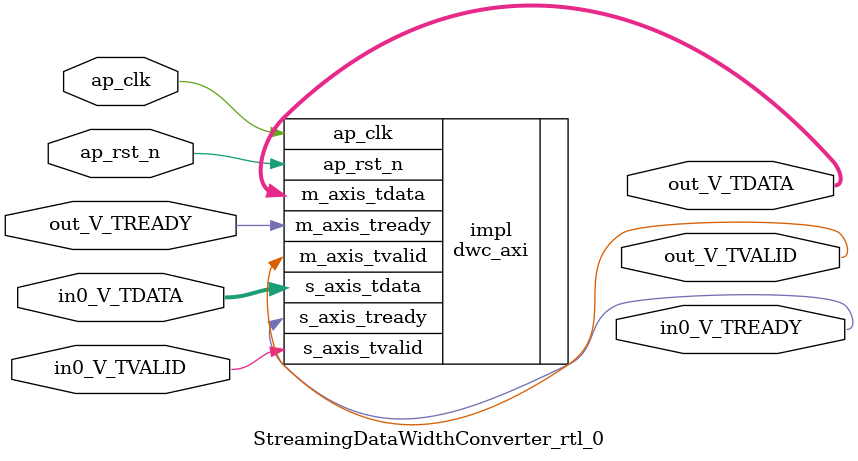
<source format=v>
/******************************************************************************
 * Copyright (C) 2023, Advanced Micro Devices, Inc.
 * All rights reserved.
 *
 * Redistribution and use in source and binary forms, with or without
 * modification, are permitted provided that the following conditions are met:
 *
 *  1. Redistributions of source code must retain the above copyright notice,
 *     this list of conditions and the following disclaimer.
 *
 *  2. Redistributions in binary form must reproduce the above copyright
 *     notice, this list of conditions and the following disclaimer in the
 *     documentation and/or other materials provided with the distribution.
 *
 *  3. Neither the name of the copyright holder nor the names of its
 *     contributors may be used to endorse or promote products derived from
 *     this software without specific prior written permission.
 *
 * THIS SOFTWARE IS PROVIDED BY THE COPYRIGHT HOLDERS AND CONTRIBUTORS "AS IS"
 * AND ANY EXPRESS OR IMPLIED WARRANTIES, INCLUDING, BUT NOT LIMITED TO,
 * THE IMPLIED WARRANTIES OF MERCHANTABILITY AND FITNESS FOR A PARTICULAR
 * PURPOSE ARE DISCLAIMED. IN NO EVENT SHALL THE COPYRIGHT HOLDER OR
 * CONTRIBUTORS BE LIABLE FOR ANY DIRECT, INDIRECT, INCIDENTAL, SPECIAL,
 * EXEMPLARY, OR CONSEQUENTIAL DAMAGES (INCLUDING, BUT NOT LIMITED TO,
 * PROCUREMENT OF SUBSTITUTE GOODS OR SERVICES; LOSS OF USE, DATA, OR PROFITS;
 * OR BUSINESS INTERRUPTION). HOWEVER CAUSED AND ON ANY THEORY OF LIABILITY,
 * WHETHER IN CONTRACT, STRICT LIABILITY, OR TORT (INCLUDING NEGLIGENCE OR
 * OTHERWISE) ARISING IN ANY WAY OUT OF THE USE OF THIS SOFTWARE, EVEN IF
 * ADVISED OF THE POSSIBILITY OF SUCH DAMAGE.
 *****************************************************************************/

module StreamingDataWidthConverter_rtl_0 #(
	parameter  IBITS = 16,
	parameter  OBITS = 48,

	parameter  AXI_IBITS = (IBITS+7)/8 * 8,
	parameter  AXI_OBITS = (OBITS+7)/8 * 8
)(
	//- Global Control ------------------
	(* X_INTERFACE_INFO = "xilinx.com:signal:clock:1.0 ap_clk CLK" *)
	(* X_INTERFACE_PARAMETER = "ASSOCIATED_BUSIF in0_V:out_V, ASSOCIATED_RESET ap_rst_n" *)
	input	ap_clk,
	(* X_INTERFACE_PARAMETER = "POLARITY ACTIVE_LOW" *)
	input	ap_rst_n,

	//- AXI Stream - Input --------------
	output	in0_V_TREADY,
	input	in0_V_TVALID,
	input	[AXI_IBITS-1:0]  in0_V_TDATA,

	//- AXI Stream - Output -------------
	input	out_V_TREADY,
	output	out_V_TVALID,
	output	[AXI_OBITS-1:0]  out_V_TDATA
);

	dwc_axi #(
		.IBITS(IBITS),
		.OBITS(OBITS)
	) impl (
		.ap_clk(ap_clk),
		.ap_rst_n(ap_rst_n),
		.s_axis_tready(in0_V_TREADY),
		.s_axis_tvalid(in0_V_TVALID),
		.s_axis_tdata(in0_V_TDATA),
		.m_axis_tready(out_V_TREADY),
		.m_axis_tvalid(out_V_TVALID),
		.m_axis_tdata(out_V_TDATA)
	);

endmodule

</source>
